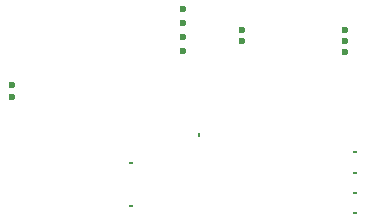
<source format=gts>
G04 #@! TF.GenerationSoftware,KiCad,Pcbnew,8.0.9-8.0.9-0~ubuntu24.04.1*
G04 #@! TF.CreationDate,2025-11-28T20:23:02+00:00*
G04 #@! TF.ProjectId,greenenergyecu,67726565-6e65-46e6-9572-67796563752e,rev?*
G04 #@! TF.SameCoordinates,Original*
G04 #@! TF.FileFunction,Soldermask,Top*
G04 #@! TF.FilePolarity,Negative*
%FSLAX46Y46*%
G04 Gerber Fmt 4.6, Leading zero omitted, Abs format (unit mm)*
G04 Created by KiCad (PCBNEW 8.0.9-8.0.9-0~ubuntu24.04.1) date 2025-11-28 20:23:02*
%MOMM*%
%LPD*%
G01*
G04 APERTURE LIST*
%ADD10C,0.600000*%
%ADD11O,0.500000X0.250000*%
%ADD12O,0.250000X0.500000*%
G04 APERTURE END LIST*
D10*
G04 #@! TO.C,M2*
X30850000Y17400000D03*
X30850000Y16450000D03*
X30850000Y15500002D03*
X22150000Y16500000D03*
X22150000Y17400000D03*
G04 #@! TD*
D11*
G04 #@! TO.C,M3*
X31699999Y7025000D03*
X31699999Y5299998D03*
X31699999Y3574998D03*
X31699999Y1875000D03*
D12*
X18500000Y8500000D03*
D11*
X12744126Y2478602D03*
X12749998Y6100000D03*
G04 #@! TD*
D10*
G04 #@! TO.C,M1*
X17137500Y16800000D03*
X17137500Y15600000D03*
X17137500Y18000000D03*
X17137500Y19200000D03*
X2712500Y12740000D03*
X2712500Y11740000D03*
G04 #@! TD*
M02*

</source>
